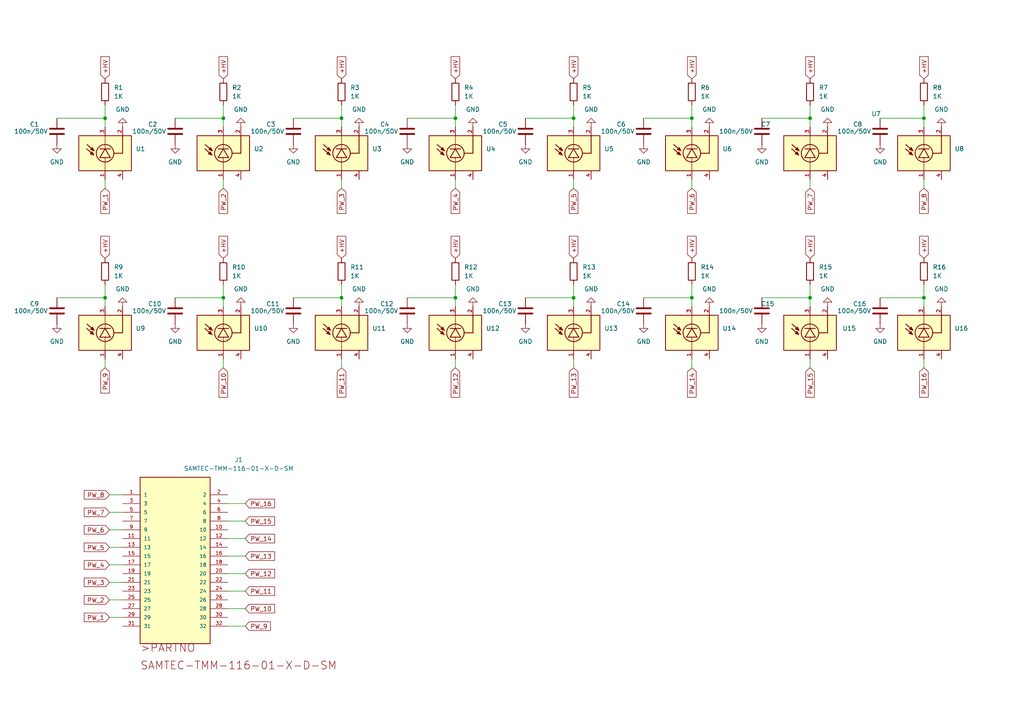
<source format=kicad_sch>
(kicad_sch (version 20231120) (generator "eeschema") (generator_version "8.0")
  (paper "A4")
  (lib_symbols
    (symbol "Device:C" (pin_numbers hide) (pin_names (offset 0.254))
      (property "Reference" "C" (at 0.635 2.54 0))
      (property "Value" "C" (at 0.635 -2.54 0))
      (symbol "C_1_1"
        (pin passive line (at 0 3.81 270) (length 2.794) (name "~") (number "1"))
        (pin passive line (at 0 -3.81 90) (length 2.794) (name "~") (number "2"))
      )
    )
    (symbol "Device:R" (pin_numbers hide) (pin_names (offset 0))
      (property "Reference" "R" (at 2.032 0 90))
      (property "Value" "R" (at 0 0 90))
      (symbol "R_1_1"
        (pin passive line (at 0 3.81 270) (length 1.27) (name "~") (number "1"))
        (pin passive line (at 0 -3.81 90) (length 1.27) (name "~") (number "2"))
      )
    )
    (symbol "Samtec_Header:SAMTEC-TMM-116-01-X-D-SM" (pin_names (offset 1.016))
      (property "Reference" "J" (at 0 5.08 0))
      (property "Value" "SAMTEC-TMM-116-01-X-D-SM" (at 0 -48.26 0))
      (symbol "SAMTEC-TMM-116-01-X-D-SM_0_0"
        (text ">PARTNO" (at 0 -45.72 0) (effects (font (size 2.286 2.286)) (justify left bottom)))
        (text "SAMTEC-TMM-116-01-X-D-SM" (at 0 -50.8 0) (effects (font (size 2.286 2.286)) (justify left bottom)))
        (pin passive line (at -5.08 0 0) (length 5.08) (name "1") (number "1"))
        (pin passive line (at 25.4 -10.16 180) (length 5.08) (name "10") (number "10"))
        (pin passive line (at -5.08 -12.7 0) (length 5.08) (name "11") (number "11"))
        (pin passive line (at 25.4 -12.7 180) (length 5.08) (name "12") (number "12"))
        (pin passive line (at -5.08 -15.24 0) (length 5.08) (name "13") (number "13"))
        (pin passive line (at 25.4 -15.24 180) (length 5.08) (name "14") (number "14"))
        (pin passive line (at -5.08 -17.78 0) (length 5.08) (name "15") (number "15"))
        (pin passive line (at 25.4 -17.78 180) (length 5.08) (name "16") (number "16"))
        (pin passive line (at -5.08 -20.32 0) (length 5.08) (name "17") (number "17"))
        (pin passive line (at 25.4 -20.32 180) (length 5.08) (name "18") (number "18"))
        (pin passive line (at -5.08 -22.86 0) (length 5.08) (name "19") (number "19"))
        (pin passive line (at 25.4 0 180) (length 5.08) (name "2") (number "2"))
        (pin passive line (at 25.4 -22.86 180) (length 5.08) (name "20") (number "20"))
        (pin passive line (at -5.08 -25.4 0) (length 5.08) (name "21") (number "21"))
        (pin passive line (at 25.4 -25.4 180) (length 5.08) (name "22") (number "22"))
        (pin passive line (at -5.08 -27.94 0) (length 5.08) (name "23") (number "23"))
        (pin passive line (at 25.4 -27.94 180) (length 5.08) (name "24") (number "24"))
        (pin passive line (at -5.08 -30.48 0) (length 5.08) (name "25") (number "25"))
        (pin passive line (at 25.4 -30.48 180) (length 5.08) (name "26") (number "26"))
        (pin passive line (at -5.08 -33.02 0) (length 5.08) (name "27") (number "27"))
        (pin passive line (at 25.4 -33.02 180) (length 5.08) (name "28") (number "28"))
        (pin passive line (at -5.08 -35.56 0) (length 5.08) (name "29") (number "29"))
        (pin passive line (at -5.08 -2.54 0) (length 5.08) (name "3") (number "3"))
        (pin passive line (at 25.4 -35.56 180) (length 5.08) (name "30") (number "30"))
        (pin passive line (at -5.08 -38.1 0) (length 5.08) (name "31") (number "31"))
        (pin passive line (at 25.4 -38.1 180) (length 5.08) (name "32") (number "32"))
        (pin passive line (at 25.4 -2.54 180) (length 5.08) (name "4") (number "4"))
        (pin passive line (at -5.08 -5.08 0) (length 5.08) (name "5") (number "5"))
        (pin passive line (at 25.4 -5.08 180) (length 5.08) (name "6") (number "6"))
        (pin passive line (at -5.08 -7.62 0) (length 5.08) (name "7") (number "7"))
        (pin passive line (at 25.4 -7.62 180) (length 5.08) (name "8") (number "8"))
        (pin passive line (at -5.08 -10.16 0) (length 5.08) (name "9") (number "9"))
      )
    )
    (symbol "SiPM_Onsemi:MICROFC-30035-SMT-TR1" (pin_names (offset 1.016))
      (property "Reference" "U" (at -4.3688 10.8458 0))
      (property "Value" "MICROFC-30035-SMT-TR1" (at -4.826 -7.112 0))
      (symbol "MICROFC-30035-SMT-TR1_0_0"
        (pin passive line (at -7.62 2.54 0) (length 2.54) (name "~") (number "1"))
        (pin output line (at 7.62 -2.54 180) (length 2.54) (name "~") (number "2"))
        (pin passive line (at 7.62 2.54 180) (length 2.54) (name "~") (number "3"))
        (pin passive line (at -7.62 -2.54 0) (length 2.54) (name "~") (number "4"))
      )
    )
    (symbol "power:GND" (power) (pin_numbers hide) (pin_names (offset 0) hide)
      (property "Value" "GND" (at 0 -3.81 0))
      (symbol "GND_1_1"
        (pin power_in line (at 0 0 270) (length 0) (name "~") (number "1"))
      )
    )
  )
  (junction (at 99.06 34.29))
  (junction (at 234.95 86.36))
  (junction (at 132.08 86.36))
  (junction (at 200.66 34.29))
  (junction (at 132.08 34.29))
  (junction (at 166.37 86.36))
  (junction (at 166.37 34.29))
  (junction (at 99.06 86.36))
  (junction (at 30.48 34.29))
  (junction (at 64.77 34.29))
  (junction (at 200.66 86.36))
  (junction (at 30.48 86.36))
  (junction (at 267.97 34.29))
  (junction (at 267.97 86.36))
  (junction (at 64.77 86.36))
  (junction (at 234.95 34.29))
  (wire (pts (xy 66.04 146.05) (xy 71.12 146.05)))
  (wire (pts (xy 255.27 34.29) (xy 267.97 34.29)))
  (wire (pts (xy 234.95 86.36) (xy 234.95 88.9)))
  (wire (pts (xy 200.66 34.29) (xy 200.66 36.83)))
  (wire (pts (xy 267.97 34.29) (xy 267.97 36.83)))
  (wire (pts (xy 132.08 82.55) (xy 132.08 86.36)))
  (wire (pts (xy 132.08 104.14) (xy 132.08 106.68)))
  (wire (pts (xy 152.4 86.36) (xy 166.37 86.36)))
  (wire (pts (xy 166.37 30.48) (xy 166.37 34.29)))
  (wire (pts (xy 220.98 34.29) (xy 234.95 34.29)))
  (wire (pts (xy 132.08 34.29) (xy 132.08 36.83)))
  (wire (pts (xy 267.97 52.07) (xy 267.97 54.61)))
  (wire (pts (xy 50.8 34.29) (xy 64.77 34.29)))
  (wire (pts (xy 200.66 52.07) (xy 200.66 54.61)))
  (wire (pts (xy 234.95 30.48) (xy 234.95 34.29)))
  (wire (pts (xy 267.97 86.36) (xy 267.97 88.9)))
  (wire (pts (xy 64.77 34.29) (xy 64.77 36.83)))
  (wire (pts (xy 66.04 171.45) (xy 71.12 171.45)))
  (wire (pts (xy 66.04 161.29) (xy 71.12 161.29)))
  (wire (pts (xy 66.04 176.53) (xy 71.12 176.53)))
  (wire (pts (xy 267.97 104.14) (xy 267.97 106.68)))
  (wire (pts (xy 152.4 34.29) (xy 166.37 34.29)))
  (wire (pts (xy 31.75 158.75) (xy 35.56 158.75)))
  (wire (pts (xy 166.37 82.55) (xy 166.37 86.36)))
  (wire (pts (xy 30.48 82.55) (xy 30.48 86.36)))
  (wire (pts (xy 85.09 34.29) (xy 99.06 34.29)))
  (wire (pts (xy 166.37 52.07) (xy 166.37 54.61)))
  (wire (pts (xy 31.75 143.51) (xy 35.56 143.51)))
  (wire (pts (xy 220.98 86.36) (xy 234.95 86.36)))
  (wire (pts (xy 50.8 86.36) (xy 64.77 86.36)))
  (wire (pts (xy 31.75 148.59) (xy 35.56 148.59)))
  (wire (pts (xy 64.77 86.36) (xy 64.77 88.9)))
  (wire (pts (xy 64.77 30.48) (xy 64.77 34.29)))
  (wire (pts (xy 267.97 30.48) (xy 267.97 34.29)))
  (wire (pts (xy 66.04 181.61) (xy 71.12 181.61)))
  (wire (pts (xy 234.95 104.14) (xy 234.95 106.68)))
  (wire (pts (xy 66.04 151.13) (xy 71.12 151.13)))
  (wire (pts (xy 200.66 30.48) (xy 200.66 34.29)))
  (wire (pts (xy 16.51 34.29) (xy 30.48 34.29)))
  (wire (pts (xy 30.48 34.29) (xy 30.48 36.83)))
  (wire (pts (xy 186.69 34.29) (xy 200.66 34.29)))
  (wire (pts (xy 64.77 82.55) (xy 64.77 86.36)))
  (wire (pts (xy 99.06 104.14) (xy 99.06 106.68)))
  (wire (pts (xy 66.04 156.21) (xy 71.12 156.21)))
  (wire (pts (xy 118.11 86.36) (xy 132.08 86.36)))
  (wire (pts (xy 99.06 52.07) (xy 99.06 54.61)))
  (wire (pts (xy 85.09 86.36) (xy 99.06 86.36)))
  (wire (pts (xy 255.27 86.36) (xy 267.97 86.36)))
  (wire (pts (xy 132.08 30.48) (xy 132.08 34.29)))
  (wire (pts (xy 99.06 30.48) (xy 99.06 34.29)))
  (wire (pts (xy 64.77 52.07) (xy 64.77 54.61)))
  (wire (pts (xy 234.95 34.29) (xy 234.95 36.83)))
  (wire (pts (xy 200.66 86.36) (xy 200.66 88.9)))
  (wire (pts (xy 31.75 168.91) (xy 35.56 168.91)))
  (wire (pts (xy 64.77 104.14) (xy 64.77 106.68)))
  (wire (pts (xy 31.75 153.67) (xy 35.56 153.67)))
  (wire (pts (xy 166.37 86.36) (xy 166.37 88.9)))
  (wire (pts (xy 118.11 34.29) (xy 132.08 34.29)))
  (wire (pts (xy 31.75 173.99) (xy 35.56 173.99)))
  (wire (pts (xy 99.06 82.55) (xy 99.06 86.36)))
  (wire (pts (xy 30.48 52.07) (xy 30.48 54.61)))
  (wire (pts (xy 66.04 166.37) (xy 71.12 166.37)))
  (wire (pts (xy 16.51 86.36) (xy 30.48 86.36)))
  (wire (pts (xy 267.97 82.55) (xy 267.97 86.36)))
  (wire (pts (xy 31.75 163.83) (xy 35.56 163.83)))
  (wire (pts (xy 166.37 34.29) (xy 166.37 36.83)))
  (wire (pts (xy 30.48 86.36) (xy 30.48 88.9)))
  (wire (pts (xy 31.75 179.07) (xy 35.56 179.07)))
  (wire (pts (xy 234.95 82.55) (xy 234.95 86.36)))
  (wire (pts (xy 99.06 34.29) (xy 99.06 36.83)))
  (wire (pts (xy 30.48 104.14) (xy 30.48 106.68)))
  (wire (pts (xy 30.48 30.48) (xy 30.48 34.29)))
  (wire (pts (xy 234.95 52.07) (xy 234.95 54.61)))
  (wire (pts (xy 186.69 86.36) (xy 200.66 86.36)))
  (wire (pts (xy 200.66 104.14) (xy 200.66 106.68)))
  (wire (pts (xy 200.66 82.55) (xy 200.66 86.36)))
  (wire (pts (xy 132.08 52.07) (xy 132.08 54.61)))
  (wire (pts (xy 166.37 104.14) (xy 166.37 106.68)))
  (wire (pts (xy 99.06 86.36) (xy 99.06 88.9)))
  (wire (pts (xy 132.08 86.36) (xy 132.08 88.9)))
  (global_label "PW_11" (shape input) (at 99.06 106.68 270) (property "Intersheetrefs" "${INTERSHEET_REFS}" (effects (hide yes))))
  (global_label "PW_4" (shape input) (at 132.08 54.61 270) (property "Intersheetrefs" "${INTERSHEET_REFS}" (effects (hide yes))))
  (global_label "PW_14" (shape input) (at 200.66 106.68 270) (property "Intersheetrefs" "${INTERSHEET_REFS}" (effects (hide yes))))
  (global_label "PW_10" (shape input) (at 64.77 106.68 270) (property "Intersheetrefs" "${INTERSHEET_REFS}" (effects (hide yes))))
  (global_label "+HV" (shape input) (at 132.08 74.93 90) (property "Intersheetrefs" "${INTERSHEET_REFS}" (effects (hide yes))))
  (global_label "PW_8" (shape input) (at 31.75 143.51 180) (property "Intersheetrefs" "${INTERSHEET_REFS}" (effects (hide yes))))
  (global_label "PW_15" (shape input) (at 71.12 151.13 0) (property "Intersheetrefs" "${INTERSHEET_REFS}" (effects (hide yes))))
  (global_label "+HV" (shape input) (at 132.08 22.86 90) (property "Intersheetrefs" "${INTERSHEET_REFS}" (effects (hide yes))))
  (global_label "+HV" (shape input) (at 30.48 74.93 90) (property "Intersheetrefs" "${INTERSHEET_REFS}" (effects (hide yes))))
  (global_label "PW_6" (shape input) (at 200.66 54.61 270) (property "Intersheetrefs" "${INTERSHEET_REFS}" (effects (hide yes))))
  (global_label "PW_7" (shape input) (at 31.75 148.59 180) (property "Intersheetrefs" "${INTERSHEET_REFS}" (effects (hide yes))))
  (global_label "+HV" (shape input) (at 30.48 22.86 90) (property "Intersheetrefs" "${INTERSHEET_REFS}" (effects (hide yes))))
  (global_label "PW_4" (shape input) (at 31.75 163.83 180) (property "Intersheetrefs" "${INTERSHEET_REFS}" (effects (hide yes))))
  (global_label "PW_14" (shape input) (at 71.12 156.21 0) (property "Intersheetrefs" "${INTERSHEET_REFS}" (effects (hide yes))))
  (global_label "PW_8" (shape input) (at 267.97 54.61 270) (property "Intersheetrefs" "${INTERSHEET_REFS}" (effects (hide yes))))
  (global_label "PW_2" (shape input) (at 31.75 173.99 180) (property "Intersheetrefs" "${INTERSHEET_REFS}" (effects (hide yes))))
  (global_label "PW_5" (shape input) (at 31.75 158.75 180) (property "Intersheetrefs" "${INTERSHEET_REFS}" (effects (hide yes))))
  (global_label "+HV" (shape input) (at 64.77 74.93 90) (property "Intersheetrefs" "${INTERSHEET_REFS}" (effects (hide yes))))
  (global_label "+HV" (shape input) (at 166.37 22.86 90) (property "Intersheetrefs" "${INTERSHEET_REFS}" (effects (hide yes))))
  (global_label "+HV" (shape input) (at 166.37 74.93 90) (property "Intersheetrefs" "${INTERSHEET_REFS}" (effects (hide yes))))
  (global_label "+HV" (shape input) (at 267.97 22.86 90) (property "Intersheetrefs" "${INTERSHEET_REFS}" (effects (hide yes))))
  (global_label "PW_3" (shape input) (at 31.75 168.91 180) (property "Intersheetrefs" "${INTERSHEET_REFS}" (effects (hide yes))))
  (global_label "PW_12" (shape input) (at 71.12 166.37 0) (property "Intersheetrefs" "${INTERSHEET_REFS}" (effects (hide yes))))
  (global_label "+HV" (shape input) (at 64.77 22.86 90) (property "Intersheetrefs" "${INTERSHEET_REFS}" (effects (hide yes))))
  (global_label "PW_9" (shape input) (at 71.12 181.61 0) (property "Intersheetrefs" "${INTERSHEET_REFS}" (effects (hide yes))))
  (global_label "PW_16" (shape input) (at 267.97 106.68 270) (property "Intersheetrefs" "${INTERSHEET_REFS}" (effects (hide yes))))
  (global_label "+HV" (shape input) (at 234.95 74.93 90) (property "Intersheetrefs" "${INTERSHEET_REFS}" (effects (hide yes))))
  (global_label "PW_1" (shape input) (at 30.48 54.61 270) (property "Intersheetrefs" "${INTERSHEET_REFS}" (effects (hide yes))))
  (global_label "PW_10" (shape input) (at 71.12 176.53 0) (property "Intersheetrefs" "${INTERSHEET_REFS}" (effects (hide yes))))
  (global_label "PW_2" (shape input) (at 64.77 54.61 270) (property "Intersheetrefs" "${INTERSHEET_REFS}" (effects (hide yes))))
  (global_label "PW_11" (shape input) (at 71.12 171.45 0) (property "Intersheetrefs" "${INTERSHEET_REFS}" (effects (hide yes))))
  (global_label "+HV" (shape input) (at 200.66 22.86 90) (property "Intersheetrefs" "${INTERSHEET_REFS}" (effects (hide yes))))
  (global_label "PW_7" (shape input) (at 234.95 54.61 270) (property "Intersheetrefs" "${INTERSHEET_REFS}" (effects (hide yes))))
  (global_label "+HV" (shape input) (at 234.95 22.86 90) (property "Intersheetrefs" "${INTERSHEET_REFS}" (effects (hide yes))))
  (global_label "+HV" (shape input) (at 99.06 74.93 90) (property "Intersheetrefs" "${INTERSHEET_REFS}" (effects (hide yes))))
  (global_label "PW_12" (shape input) (at 132.08 106.68 270) (property "Intersheetrefs" "${INTERSHEET_REFS}" (effects (hide yes))))
  (global_label "+HV" (shape input) (at 267.97 74.93 90) (property "Intersheetrefs" "${INTERSHEET_REFS}" (effects (hide yes))))
  (global_label "PW_3" (shape input) (at 99.06 54.61 270) (property "Intersheetrefs" "${INTERSHEET_REFS}" (effects (hide yes))))
  (global_label "PW_5" (shape input) (at 166.37 54.61 270) (property "Intersheetrefs" "${INTERSHEET_REFS}" (effects (hide yes))))
  (global_label "PW_13" (shape input) (at 166.37 106.68 270) (property "Intersheetrefs" "${INTERSHEET_REFS}" (effects (hide yes))))
  (global_label "PW_1" (shape input) (at 31.75 179.07 180) (property "Intersheetrefs" "${INTERSHEET_REFS}" (effects (hide yes))))
  (global_label "PW_16" (shape input) (at 71.12 146.05 0) (property "Intersheetrefs" "${INTERSHEET_REFS}" (effects (hide yes))))
  (global_label "PW_15" (shape input) (at 234.95 106.68 270) (property "Intersheetrefs" "${INTERSHEET_REFS}" (effects (hide yes))))
  (global_label "+HV" (shape input) (at 99.06 22.86 90) (property "Intersheetrefs" "${INTERSHEET_REFS}" (effects (hide yes))))
  (global_label "PW_9" (shape input) (at 30.48 106.68 270) (property "Intersheetrefs" "${INTERSHEET_REFS}" (effects (hide yes))))
  (global_label "PW_6" (shape input) (at 31.75 153.67 180) (property "Intersheetrefs" "${INTERSHEET_REFS}" (effects (hide yes))))
  (global_label "+HV" (shape input) (at 200.66 74.93 90) (property "Intersheetrefs" "${INTERSHEET_REFS}" (effects (hide yes))))
  (global_label "PW_13" (shape input) (at 71.12 161.29 0) (property "Intersheetrefs" "${INTERSHEET_REFS}" (effects (hide yes))))
  (symbol (lib_id "SiPM_Onsemi:MICROFC-30035-SMT-TR1") (at 270.51 44.45 90) (unit 1)
    (property "Reference" "U8" (at 276.86 43.1799 90) (effects (justify right)))
    (property "Value" "MICROFC-30035-SMT-TR1" (effects (hide yes)))
    (property "Footprint" "SiPM_Onsemi:XDCR_MICROFC-30035-SMT-TR1" (effects (hide yes)))
    (property "MF" "ON Semiconductor" (effects (hide yes)))
    (property "MAXIMUM_PACKAGE_HEIGHT" "0.70 mm" (effects (hide yes)))
    (property "Package" "SMD-4 ON Semiconductor" (effects (hide yes)))
    (property "Price" "None" (effects (hide yes)))
    (property "Check_prices" "https://www.snapeda.com/parts/MICROFC-30035-SMT-TR1/Onsemi/view-part/?ref=eda" (effects (hide yes)))
    (property "STANDARD" "Manufacturer Recommendations" (effects (hide yes)))
    (property "PARTREV" "Issue O" (effects (hide yes)))
    (property "SnapEDA_Link" "https://www.snapeda.com/parts/MICROFC-30035-SMT-TR1/Onsemi/view-part/?ref=snap" (effects (hide yes)))
    (property "MP" "MICROFC-30035-SMT-TR1" (effects (hide yes)))
    (property "Purchase-URL" "https://www.snapeda.com/api/url_track_click_mouser/?unipart_id=3234749&manufacturer=ON Semiconductor&part_name=MICROFC-30035-SMT-TR1&search_term=microfc-30035-smt-tr" (effects (hide yes)))
    (property "Description_1" "\nPhotodiode 420nm 600ps - 4-SMD, No Lead\n" (effects (hide yes)))
    (property "Availability" "In Stock" (effects (hide yes)))
    (property "MANUFACTURER" "On Semiconductor" (effects (hide yes)))
  )
  (symbol (lib_id "power:GND") (at 273.05 88.9 180) (unit 1)
    (property "Reference" "#PWR023" (effects (hide yes)))
    (property "Value" "GND" (at 273.05 83.82 0))
    (property "Description" "Power symbol creates a global label with name \"GND\" , ground" (effects (hide yes)))
  )
  (symbol (lib_id "SiPM_Onsemi:MICROFC-30035-SMT-TR1") (at 237.49 44.45 90) (unit 1)
    (property "Reference" "U7" (at 252.73 33.0199 90) (effects (justify right)))
    (property "Value" "MICROFC-30035-SMT-TR1" (effects (hide yes)))
    (property "Footprint" "SiPM_Onsemi:XDCR_MICROFC-30035-SMT-TR1" (effects (hide yes)))
    (property "MF" "ON Semiconductor" (effects (hide yes)))
    (property "MAXIMUM_PACKAGE_HEIGHT" "0.70 mm" (effects (hide yes)))
    (property "Package" "SMD-4 ON Semiconductor" (effects (hide yes)))
    (property "Price" "None" (effects (hide yes)))
    (property "Check_prices" "https://www.snapeda.com/parts/MICROFC-30035-SMT-TR1/Onsemi/view-part/?ref=eda" (effects (hide yes)))
    (property "STANDARD" "Manufacturer Recommendations" (effects (hide yes)))
    (property "PARTREV" "Issue O" (effects (hide yes)))
    (property "SnapEDA_Link" "https://www.snapeda.com/parts/MICROFC-30035-SMT-TR1/Onsemi/view-part/?ref=snap" (effects (hide yes)))
    (property "MP" "MICROFC-30035-SMT-TR1" (effects (hide yes)))
    (property "Purchase-URL" "https://www.snapeda.com/api/url_track_click_mouser/?unipart_id=3234749&manufacturer=ON Semiconductor&part_name=MICROFC-30035-SMT-TR1&search_term=microfc-30035-smt-tr" (effects (hide yes)))
    (property "Description_1" "\nPhotodiode 420nm 600ps - 4-SMD, No Lead\n" (effects (hide yes)))
    (property "Availability" "In Stock" (effects (hide yes)))
    (property "MANUFACTURER" "On Semiconductor" (effects (hide yes)))
  )
  (symbol (lib_id "Device:R") (at 99.06 26.67 0) (unit 1)
    (property "Reference" "R3" (at 101.6 25.3999 0) (effects (justify left)))
    (property "Value" "1K" (at 101.6 27.9399 0) (effects (justify left)))
    (property "Footprint" "Resistor_SMD:R_0201_0603Metric" (effects (hide yes)))
    (property "Description" "Resistor" (effects (hide yes)))
  )
  (symbol (lib_id "power:GND") (at 85.09 41.91 0) (unit 1)
    (property "Reference" "#PWR03" (effects (hide yes)))
    (property "Value" "GND" (at 85.09 46.99 0))
    (property "Description" "Power symbol creates a global label with name \"GND\" , ground" (effects (hide yes)))
  )
  (symbol (lib_id "power:GND") (at 35.56 88.9 180) (unit 1)
    (property "Reference" "#PWR017" (effects (hide yes)))
    (property "Value" "GND" (at 35.56 83.82 0))
    (property "Description" "Power symbol creates a global label with name \"GND\" , ground" (effects (hide yes)))
  )
  (symbol (lib_id "Device:R") (at 267.97 26.67 0) (unit 1)
    (property "Reference" "R8" (at 270.51 25.3999 0) (effects (justify left)))
    (property "Value" "1K" (at 270.51 27.9399 0) (effects (justify left)))
    (property "Footprint" "Resistor_SMD:R_0201_0603Metric" (effects (hide yes)))
    (property "Description" "Resistor" (effects (hide yes)))
  )
  (symbol (lib_id "Device:R") (at 30.48 78.74 0) (unit 1)
    (property "Reference" "R9" (at 33.02 77.4699 0) (effects (justify left)))
    (property "Value" "1K" (at 33.02 80.0099 0) (effects (justify left)))
    (property "Footprint" "Resistor_SMD:R_0201_0603Metric" (effects (hide yes)))
    (property "Description" "Resistor" (effects (hide yes)))
  )
  (symbol (lib_id "Device:C") (at 118.11 90.17 0) (unit 1)
    (property "Reference" "C12" (at 110.236 88.138 0) (effects (justify left)))
    (property "Value" "100n/50V" (at 105.664 90.17 0) (effects (justify left)))
    (property "Footprint" "Capacitor_SMD:C_1206_3216Metric" (effects (hide yes)))
    (property "Description" "Unpolarized capacitor" (effects (hide yes)))
  )
  (symbol (lib_id "power:GND") (at 69.85 88.9 180) (unit 1)
    (property "Reference" "#PWR018" (effects (hide yes)))
    (property "Value" "GND" (at 69.85 83.82 0))
    (property "Description" "Power symbol creates a global label with name \"GND\" , ground" (effects (hide yes)))
  )
  (symbol (lib_id "power:GND") (at 273.05 36.83 180) (unit 1)
    (property "Reference" "#PWR024" (effects (hide yes)))
    (property "Value" "GND" (at 273.05 31.75 0))
    (property "Description" "Power symbol creates a global label with name \"GND\" , ground" (effects (hide yes)))
  )
  (symbol (lib_id "power:GND") (at 118.11 41.91 0) (unit 1)
    (property "Reference" "#PWR04" (effects (hide yes)))
    (property "Value" "GND" (at 118.11 46.99 0))
    (property "Description" "Power symbol creates a global label with name \"GND\" , ground" (effects (hide yes)))
  )
  (symbol (lib_id "power:GND") (at 171.45 36.83 180) (unit 1)
    (property "Reference" "#PWR026" (effects (hide yes)))
    (property "Value" "GND" (at 171.45 31.75 0))
    (property "Description" "Power symbol creates a global label with name \"GND\" , ground" (effects (hide yes)))
  )
  (symbol (lib_id "Samtec_Header:SAMTEC-TMM-116-01-X-D-SM") (at 40.64 143.51 0) (unit 1)
    (property "Reference" "J1" (at 69.2426 133.35 0))
    (property "Value" "SAMTEC-TMM-116-01-X-D-SM" (at 69.2426 135.89 0))
    (property "Footprint" "SiPM_Onsemi:SAMTEC-TMM-116-01-X-D-SM" (effects (hide yes)))
    (property "MF" "Samtec" (effects (hide yes)))
    (property "Description_1" "\nTMM - Samtec 2mm Low Profile Surface Mount Header 1.5mm Body Height\n" (effects (hide yes)))
    (property "Package" "None" (effects (hide yes)))
    (property "Price" "None" (effects (hide yes)))
    (property "SnapEDA_Link" "https://www.snapeda.com/parts/TMM-116-01-L-D-SM/Samtec+Inc./view-part/?ref=snap" (effects (hide yes)))
    (property "MP" "TMM-116-01-L-D-SM" (effects (hide yes)))
    (property "Availability" "In Stock" (effects (hide yes)))
    (property "Check_prices" "https://www.snapeda.com/parts/TMM-116-01-L-D-SM/Samtec+Inc./view-part/?ref=eda" (effects (hide yes)))
  )
  (symbol (lib_id "power:GND") (at 16.51 93.98 0) (unit 1)
    (property "Reference" "#PWR09" (effects (hide yes)))
    (property "Value" "GND" (at 16.51 99.06 0))
    (property "Description" "Power symbol creates a global label with name \"GND\" , ground" (effects (hide yes)))
  )
  (symbol (lib_id "SiPM_Onsemi:MICROFC-30035-SMT-TR1") (at 270.51 96.52 90) (unit 1)
    (property "Reference" "U16" (at 276.86 95.2499 90) (effects (justify right)))
    (property "Value" "MICROFC-30035-SMT-TR1" (effects (hide yes)))
    (property "Footprint" "SiPM_Onsemi:XDCR_MICROFC-30035-SMT-TR1" (effects (hide yes)))
    (property "MF" "ON Semiconductor" (effects (hide yes)))
    (property "MAXIMUM_PACKAGE_HEIGHT" "0.70 mm" (effects (hide yes)))
    (property "Package" "SMD-4 ON Semiconductor" (effects (hide yes)))
    (property "Price" "None" (effects (hide yes)))
    (property "Check_prices" "https://www.snapeda.com/parts/MICROFC-30035-SMT-TR1/Onsemi/view-part/?ref=eda" (effects (hide yes)))
    (property "STANDARD" "Manufacturer Recommendations" (effects (hide yes)))
    (property "PARTREV" "Issue O" (effects (hide yes)))
    (property "SnapEDA_Link" "https://www.snapeda.com/parts/MICROFC-30035-SMT-TR1/Onsemi/view-part/?ref=snap" (effects (hide yes)))
    (property "MP" "MICROFC-30035-SMT-TR1" (effects (hide yes)))
    (property "Purchase-URL" "https://www.snapeda.com/api/url_track_click_mouser/?unipart_id=3234749&manufacturer=ON Semiconductor&part_name=MICROFC-30035-SMT-TR1&search_term=microfc-30035-smt-tr" (effects (hide yes)))
    (property "Description_1" "\nPhotodiode 420nm 600ps - 4-SMD, No Lead\n" (effects (hide yes)))
    (property "Availability" "In Stock" (effects (hide yes)))
    (property "MANUFACTURER" "On Semiconductor" (effects (hide yes)))
  )
  (symbol (lib_id "Device:R") (at 64.77 78.74 0) (unit 1)
    (property "Reference" "R10" (at 67.31 77.4699 0) (effects (justify left)))
    (property "Value" "1K" (at 67.31 80.0099 0) (effects (justify left)))
    (property "Footprint" "Resistor_SMD:R_0201_0603Metric" (effects (hide yes)))
    (property "Description" "Resistor" (effects (hide yes)))
  )
  (symbol (lib_id "power:GND") (at 85.09 93.98 0) (unit 1)
    (property "Reference" "#PWR011" (effects (hide yes)))
    (property "Value" "GND" (at 85.09 99.06 0))
    (property "Description" "Power symbol creates a global label with name \"GND\" , ground" (effects (hide yes)))
  )
  (symbol (lib_id "power:GND") (at 118.11 93.98 0) (unit 1)
    (property "Reference" "#PWR012" (effects (hide yes)))
    (property "Value" "GND" (at 118.11 99.06 0))
    (property "Description" "Power symbol creates a global label with name \"GND\" , ground" (effects (hide yes)))
  )
  (symbol (lib_id "Device:R") (at 64.77 26.67 0) (unit 1)
    (property "Reference" "R2" (at 67.31 25.3999 0) (effects (justify left)))
    (property "Value" "1K" (at 67.31 27.9399 0) (effects (justify left)))
    (property "Footprint" "Resistor_SMD:R_0201_0603Metric" (effects (hide yes)))
    (property "Description" "Resistor" (effects (hide yes)))
  )
  (symbol (lib_id "Device:C") (at 16.51 38.1 0) (unit 1)
    (property "Reference" "C1" (at 8.636 36.068 0) (effects (justify left)))
    (property "Value" "100n/50V" (at 4.064 38.1 0) (effects (justify left)))
    (property "Footprint" "Capacitor_SMD:C_1206_3216Metric" (effects (hide yes)))
    (property "Description" "Unpolarized capacitor" (effects (hide yes)))
  )
  (symbol (lib_id "power:GND") (at 205.74 88.9 180) (unit 1)
    (property "Reference" "#PWR031" (effects (hide yes)))
    (property "Value" "GND" (at 205.74 83.82 0))
    (property "Description" "Power symbol creates a global label with name \"GND\" , ground" (effects (hide yes)))
  )
  (symbol (lib_id "power:GND") (at 205.74 36.83 180) (unit 1)
    (property "Reference" "#PWR032" (effects (hide yes)))
    (property "Value" "GND" (at 205.74 31.75 0))
    (property "Description" "Power symbol creates a global label with name \"GND\" , ground" (effects (hide yes)))
  )
  (symbol (lib_id "SiPM_Onsemi:MICROFC-30035-SMT-TR1") (at 134.62 44.45 90) (unit 1)
    (property "Reference" "U4" (at 140.97 43.1799 90) (effects (justify right)))
    (property "Value" "MICROFC-30035-SMT-TR1" (effects (hide yes)))
    (property "Footprint" "SiPM_Onsemi:XDCR_MICROFC-30035-SMT-TR1" (effects (hide yes)))
    (property "MF" "ON Semiconductor" (effects (hide yes)))
    (property "MAXIMUM_PACKAGE_HEIGHT" "0.70 mm" (effects (hide yes)))
    (property "Package" "SMD-4 ON Semiconductor" (effects (hide yes)))
    (property "Price" "None" (effects (hide yes)))
    (property "Check_prices" "https://www.snapeda.com/parts/MICROFC-30035-SMT-TR1/Onsemi/view-part/?ref=eda" (effects (hide yes)))
    (property "STANDARD" "Manufacturer Recommendations" (effects (hide yes)))
    (property "PARTREV" "Issue O" (effects (hide yes)))
    (property "SnapEDA_Link" "https://www.snapeda.com/parts/MICROFC-30035-SMT-TR1/Onsemi/view-part/?ref=snap" (effects (hide yes)))
    (property "MP" "MICROFC-30035-SMT-TR1" (effects (hide yes)))
    (property "Purchase-URL" "https://www.snapeda.com/api/url_track_click_mouser/?unipart_id=3234749&manufacturer=ON Semiconductor&part_name=MICROFC-30035-SMT-TR1&search_term=microfc-30035-smt-tr" (effects (hide yes)))
    (property "Description_1" "\nPhotodiode 420nm 600ps - 4-SMD, No Lead\n" (effects (hide yes)))
    (property "Availability" "In Stock" (effects (hide yes)))
    (property "MANUFACTURER" "On Semiconductor" (effects (hide yes)))
  )
  (symbol (lib_id "power:GND") (at 220.98 93.98 0) (unit 1)
    (property "Reference" "#PWR015" (effects (hide yes)))
    (property "Value" "GND" (at 220.98 99.06 0))
    (property "Description" "Power symbol creates a global label with name \"GND\" , ground" (effects (hide yes)))
  )
  (symbol (lib_id "SiPM_Onsemi:MICROFC-30035-SMT-TR1") (at 168.91 96.52 90) (unit 1)
    (property "Reference" "U13" (at 175.26 95.2499 90) (effects (justify right)))
    (property "Value" "MICROFC-30035-SMT-TR1" (effects (hide yes)))
    (property "Footprint" "SiPM_Onsemi:XDCR_MICROFC-30035-SMT-TR1" (effects (hide yes)))
    (property "MF" "ON Semiconductor" (effects (hide yes)))
    (property "MAXIMUM_PACKAGE_HEIGHT" "0.70 mm" (effects (hide yes)))
    (property "Package" "SMD-4 ON Semiconductor" (effects (hide yes)))
    (property "Price" "None" (effects (hide yes)))
    (property "Check_prices" "https://www.snapeda.com/parts/MICROFC-30035-SMT-TR1/Onsemi/view-part/?ref=eda" (effects (hide yes)))
    (property "STANDARD" "Manufacturer Recommendations" (effects (hide yes)))
    (property "PARTREV" "Issue O" (effects (hide yes)))
    (property "SnapEDA_Link" "https://www.snapeda.com/parts/MICROFC-30035-SMT-TR1/Onsemi/view-part/?ref=snap" (effects (hide yes)))
    (property "MP" "MICROFC-30035-SMT-TR1" (effects (hide yes)))
    (property "Purchase-URL" "https://www.snapeda.com/api/url_track_click_mouser/?unipart_id=3234749&manufacturer=ON Semiconductor&part_name=MICROFC-30035-SMT-TR1&search_term=microfc-30035-smt-tr" (effects (hide yes)))
    (property "Description_1" "\nPhotodiode 420nm 600ps - 4-SMD, No Lead\n" (effects (hide yes)))
    (property "Availability" "In Stock" (effects (hide yes)))
    (property "MANUFACTURER" "On Semiconductor" (effects (hide yes)))
  )
  (symbol (lib_id "SiPM_Onsemi:MICROFC-30035-SMT-TR1") (at 101.6 96.52 90) (unit 1)
    (property "Reference" "U11" (at 107.95 95.2499 90) (effects (justify right)))
    (property "Value" "MICROFC-30035-SMT-TR1" (effects (hide yes)))
    (property "Footprint" "SiPM_Onsemi:XDCR_MICROFC-30035-SMT-TR1" (effects (hide yes)))
    (property "MF" "ON Semiconductor" (effects (hide yes)))
    (property "MAXIMUM_PACKAGE_HEIGHT" "0.70 mm" (effects (hide yes)))
    (property "Package" "SMD-4 ON Semiconductor" (effects (hide yes)))
    (property "Price" "None" (effects (hide yes)))
    (property "Check_prices" "https://www.snapeda.com/parts/MICROFC-30035-SMT-TR1/Onsemi/view-part/?ref=eda" (effects (hide yes)))
    (property "STANDARD" "Manufacturer Recommendations" (effects (hide yes)))
    (property "PARTREV" "Issue O" (effects (hide yes)))
    (property "SnapEDA_Link" "https://www.snapeda.com/parts/MICROFC-30035-SMT-TR1/Onsemi/view-part/?ref=snap" (effects (hide yes)))
    (property "MP" "MICROFC-30035-SMT-TR1" (effects (hide yes)))
    (property "Purchase-URL" "https://www.snapeda.com/api/url_track_click_mouser/?unipart_id=3234749&manufacturer=ON Semiconductor&part_name=MICROFC-30035-SMT-TR1&search_term=microfc-30035-smt-tr" (effects (hide yes)))
    (property "Description_1" "\nPhotodiode 420nm 600ps - 4-SMD, No Lead\n" (effects (hide yes)))
    (property "Availability" "In Stock" (effects (hide yes)))
    (property "MANUFACTURER" "On Semiconductor" (effects (hide yes)))
  )
  (symbol (lib_id "Device:R") (at 166.37 78.74 0) (unit 1)
    (property "Reference" "R13" (at 168.91 77.4699 0) (effects (justify left)))
    (property "Value" "1K" (at 168.91 80.0099 0) (effects (justify left)))
    (property "Footprint" "Resistor_SMD:R_0201_0603Metric" (effects (hide yes)))
    (property "Description" "Resistor" (effects (hide yes)))
  )
  (symbol (lib_id "power:GND") (at 104.14 88.9 180) (unit 1)
    (property "Reference" "#PWR019" (effects (hide yes)))
    (property "Value" "GND" (at 104.14 83.82 0))
    (property "Description" "Power symbol creates a global label with name \"GND\" , ground" (effects (hide yes)))
  )
  (symbol (lib_id "Device:C") (at 186.69 90.17 0) (unit 1)
    (property "Reference" "C14" (at 178.816 88.138 0) (effects (justify left)))
    (property "Value" "100n/50V" (at 174.244 90.17 0) (effects (justify left)))
    (property "Footprint" "Capacitor_SMD:C_1206_3216Metric" (effects (hide yes)))
    (property "Description" "Unpolarized capacitor" (effects (hide yes)))
  )
  (symbol (lib_id "power:GND") (at 152.4 41.91 0) (unit 1)
    (property "Reference" "#PWR05" (effects (hide yes)))
    (property "Value" "GND" (at 152.4 46.99 0))
    (property "Description" "Power symbol creates a global label with name \"GND\" , ground" (effects (hide yes)))
  )
  (symbol (lib_id "power:GND") (at 104.14 36.83 180) (unit 1)
    (property "Reference" "#PWR028" (effects (hide yes)))
    (property "Value" "GND" (at 104.14 31.75 0))
    (property "Description" "Power symbol creates a global label with name \"GND\" , ground" (effects (hide yes)))
  )
  (symbol (lib_id "SiPM_Onsemi:MICROFC-30035-SMT-TR1") (at 203.2 44.45 90) (unit 1)
    (property "Reference" "U6" (at 209.55 43.1799 90) (effects (justify right)))
    (property "Value" "MICROFC-30035-SMT-TR1" (effects (hide yes)))
    (property "Footprint" "SiPM_Onsemi:XDCR_MICROFC-30035-SMT-TR1" (effects (hide yes)))
    (property "MF" "ON Semiconductor" (effects (hide yes)))
    (property "MAXIMUM_PACKAGE_HEIGHT" "0.70 mm" (effects (hide yes)))
    (property "Package" "SMD-4 ON Semiconductor" (effects (hide yes)))
    (property "Price" "None" (effects (hide yes)))
    (property "Check_prices" "https://www.snapeda.com/parts/MICROFC-30035-SMT-TR1/Onsemi/view-part/?ref=eda" (effects (hide yes)))
    (property "STANDARD" "Manufacturer Recommendations" (effects (hide yes)))
    (property "PARTREV" "Issue O" (effects (hide yes)))
    (property "SnapEDA_Link" "https://www.snapeda.com/parts/MICROFC-30035-SMT-TR1/Onsemi/view-part/?ref=snap" (effects (hide yes)))
    (property "MP" "MICROFC-30035-SMT-TR1" (effects (hide yes)))
    (property "Purchase-URL" "https://www.snapeda.com/api/url_track_click_mouser/?unipart_id=3234749&manufacturer=ON Semiconductor&part_name=MICROFC-30035-SMT-TR1&search_term=microfc-30035-smt-tr" (effects (hide yes)))
    (property "Description_1" "\nPhotodiode 420nm 600ps - 4-SMD, No Lead\n" (effects (hide yes)))
    (property "Availability" "In Stock" (effects (hide yes)))
    (property "MANUFACTURER" "On Semiconductor" (effects (hide yes)))
  )
  (symbol (lib_id "Device:C") (at 85.09 38.1 0) (unit 1)
    (property "Reference" "C3" (at 77.216 36.068 0) (effects (justify left)))
    (property "Value" "100n/50V" (at 72.644 38.1 0) (effects (justify left)))
    (property "Footprint" "Capacitor_SMD:C_1206_3216Metric" (effects (hide yes)))
    (property "Description" "Unpolarized capacitor" (effects (hide yes)))
  )
  (symbol (lib_id "power:GND") (at 152.4 93.98 0) (unit 1)
    (property "Reference" "#PWR013" (effects (hide yes)))
    (property "Value" "GND" (at 152.4 99.06 0))
    (property "Description" "Power symbol creates a global label with name \"GND\" , ground" (effects (hide yes)))
  )
  (symbol (lib_id "power:GND") (at 255.27 41.91 0) (unit 1)
    (property "Reference" "#PWR08" (effects (hide yes)))
    (property "Value" "GND" (at 255.27 46.99 0))
    (property "Description" "Power symbol creates a global label with name \"GND\" , ground" (effects (hide yes)))
  )
  (symbol (lib_id "power:GND") (at 137.16 88.9 180) (unit 1)
    (property "Reference" "#PWR020" (effects (hide yes)))
    (property "Value" "GND" (at 137.16 83.82 0))
    (property "Description" "Power symbol creates a global label with name \"GND\" , ground" (effects (hide yes)))
  )
  (symbol (lib_id "SiPM_Onsemi:MICROFC-30035-SMT-TR1") (at 101.6 44.45 90) (unit 1)
    (property "Reference" "U3" (at 107.95 43.1799 90) (effects (justify right)))
    (property "Value" "MICROFC-30035-SMT-TR1" (effects (hide yes)))
    (property "Footprint" "SiPM_Onsemi:XDCR_MICROFC-30035-SMT-TR1" (effects (hide yes)))
    (property "MF" "ON Semiconductor" (effects (hide yes)))
    (property "MAXIMUM_PACKAGE_HEIGHT" "0.70 mm" (effects (hide yes)))
    (property "Package" "SMD-4 ON Semiconductor" (effects (hide yes)))
    (property "Price" "None" (effects (hide yes)))
    (property "Check_prices" "https://www.snapeda.com/parts/MICROFC-30035-SMT-TR1/Onsemi/view-part/?ref=eda" (effects (hide yes)))
    (property "STANDARD" "Manufacturer Recommendations" (effects (hide yes)))
    (property "PARTREV" "Issue O" (effects (hide yes)))
    (property "SnapEDA_Link" "https://www.snapeda.com/parts/MICROFC-30035-SMT-TR1/Onsemi/view-part/?ref=snap" (effects (hide yes)))
    (property "MP" "MICROFC-30035-SMT-TR1" (effects (hide yes)))
    (property "Purchase-URL" "https://www.snapeda.com/api/url_track_click_mouser/?unipart_id=3234749&manufacturer=ON Semiconductor&part_name=MICROFC-30035-SMT-TR1&search_term=microfc-30035-smt-tr" (effects (hide yes)))
    (property "Description_1" "\nPhotodiode 420nm 600ps - 4-SMD, No Lead\n" (effects (hide yes)))
    (property "Availability" "In Stock" (effects (hide yes)))
    (property "MANUFACTURER" "On Semiconductor" (effects (hide yes)))
  )
  (symbol (lib_id "Device:C") (at 220.98 90.17 0) (unit 1)
    (property "Reference" "C15" (at 220.726 88.138 0) (effects (justify left)))
    (property "Value" "100n/50V" (at 208.534 90.17 0) (effects (justify left)))
    (property "Footprint" "Capacitor_SMD:C_1206_3216Metric" (effects (hide yes)))
    (property "Description" "Unpolarized capacitor" (effects (hide yes)))
  )
  (symbol (lib_id "power:GND") (at 137.16 36.83 180) (unit 1)
    (property "Reference" "#PWR027" (effects (hide yes)))
    (property "Value" "GND" (at 137.16 31.75 0))
    (property "Description" "Power symbol creates a global label with name \"GND\" , ground" (effects (hide yes)))
  )
  (symbol (lib_id "Device:C") (at 50.8 90.17 0) (unit 1)
    (property "Reference" "C10" (at 42.926 88.138 0) (effects (justify left)))
    (property "Value" "100n/50V" (at 38.354 90.17 0) (effects (justify left)))
    (property "Footprint" "Capacitor_SMD:C_1206_3216Metric" (effects (hide yes)))
    (property "Description" "Unpolarized capacitor" (effects (hide yes)))
  )
  (symbol (lib_id "Device:C") (at 255.27 38.1 0) (unit 1)
    (property "Reference" "C8" (at 247.396 36.068 0) (effects (justify left)))
    (property "Value" "100n/50V" (at 242.824 38.1 0) (effects (justify left)))
    (property "Footprint" "Capacitor_SMD:C_1206_3216Metric" (effects (hide yes)))
    (property "Description" "Unpolarized capacitor" (effects (hide yes)))
  )
  (symbol (lib_id "SiPM_Onsemi:MICROFC-30035-SMT-TR1") (at 168.91 44.45 90) (unit 1)
    (property "Reference" "U5" (at 175.26 43.1799 90) (effects (justify right)))
    (property "Value" "MICROFC-30035-SMT-TR1" (effects (hide yes)))
    (property "Footprint" "SiPM_Onsemi:XDCR_MICROFC-30035-SMT-TR1" (effects (hide yes)))
    (property "MF" "ON Semiconductor" (effects (hide yes)))
    (property "MAXIMUM_PACKAGE_HEIGHT" "0.70 mm" (effects (hide yes)))
    (property "Package" "SMD-4 ON Semiconductor" (effects (hide yes)))
    (property "Price" "None" (effects (hide yes)))
    (property "Check_prices" "https://www.snapeda.com/parts/MICROFC-30035-SMT-TR1/Onsemi/view-part/?ref=eda" (effects (hide yes)))
    (property "STANDARD" "Manufacturer Recommendations" (effects (hide yes)))
    (property "PARTREV" "Issue O" (effects (hide yes)))
    (property "SnapEDA_Link" "https://www.snapeda.com/parts/MICROFC-30035-SMT-TR1/Onsemi/view-part/?ref=snap" (effects (hide yes)))
    (property "MP" "MICROFC-30035-SMT-TR1" (effects (hide yes)))
    (property "Purchase-URL" "https://www.snapeda.com/api/url_track_click_mouser/?unipart_id=3234749&manufacturer=ON Semiconductor&part_name=MICROFC-30035-SMT-TR1&search_term=microfc-30035-smt-tr" (effects (hide yes)))
    (property "Description_1" "\nPhotodiode 420nm 600ps - 4-SMD, No Lead\n" (effects (hide yes)))
    (property "Availability" "In Stock" (effects (hide yes)))
    (property "MANUFACTURER" "On Semiconductor" (effects (hide yes)))
  )
  (symbol (lib_id "Device:C") (at 152.4 90.17 0) (unit 1)
    (property "Reference" "C13" (at 144.526 88.138 0) (effects (justify left)))
    (property "Value" "100n/50V" (at 139.954 90.17 0) (effects (justify left)))
    (property "Footprint" "Capacitor_SMD:C_1206_3216Metric" (effects (hide yes)))
    (property "Description" "Unpolarized capacitor" (effects (hide yes)))
  )
  (symbol (lib_id "power:GND") (at 240.03 88.9 180) (unit 1)
    (property "Reference" "#PWR022" (effects (hide yes)))
    (property "Value" "GND" (at 240.03 83.82 0))
    (property "Description" "Power symbol creates a global label with name \"GND\" , ground" (effects (hide yes)))
  )
  (symbol (lib_id "SiPM_Onsemi:MICROFC-30035-SMT-TR1") (at 134.62 96.52 90) (unit 1)
    (property "Reference" "U12" (at 140.97 95.2499 90) (effects (justify right)))
    (property "Value" "MICROFC-30035-SMT-TR1" (effects (hide yes)))
    (property "Footprint" "SiPM_Onsemi:XDCR_MICROFC-30035-SMT-TR1" (effects (hide yes)))
    (property "MF" "ON Semiconductor" (effects (hide yes)))
    (property "MAXIMUM_PACKAGE_HEIGHT" "0.70 mm" (effects (hide yes)))
    (property "Package" "SMD-4 ON Semiconductor" (effects (hide yes)))
    (property "Price" "None" (effects (hide yes)))
    (property "Check_prices" "https://www.snapeda.com/parts/MICROFC-30035-SMT-TR1/Onsemi/view-part/?ref=eda" (effects (hide yes)))
    (property "STANDARD" "Manufacturer Recommendations" (effects (hide yes)))
    (property "PARTREV" "Issue O" (effects (hide yes)))
    (property "SnapEDA_Link" "https://www.snapeda.com/parts/MICROFC-30035-SMT-TR1/Onsemi/view-part/?ref=snap" (effects (hide yes)))
    (property "MP" "MICROFC-30035-SMT-TR1" (effects (hide yes)))
    (property "Purchase-URL" "https://www.snapeda.com/api/url_track_click_mouser/?unipart_id=3234749&manufacturer=ON Semiconductor&part_name=MICROFC-30035-SMT-TR1&search_term=microfc-30035-smt-tr" (effects (hide yes)))
    (property "Description_1" "\nPhotodiode 420nm 600ps - 4-SMD, No Lead\n" (effects (hide yes)))
    (property "Availability" "In Stock" (effects (hide yes)))
    (property "MANUFACTURER" "On Semiconductor" (effects (hide yes)))
  )
  (symbol (lib_id "SiPM_Onsemi:MICROFC-30035-SMT-TR1") (at 203.2 96.52 90) (unit 1)
    (property "Reference" "U14" (at 209.55 95.2499 90) (effects (justify right)))
    (property "Value" "MICROFC-30035-SMT-TR1" (effects (hide yes)))
    (property "Footprint" "SiPM_Onsemi:XDCR_MICROFC-30035-SMT-TR1" (effects (hide yes)))
    (property "MF" "ON Semiconductor" (effects (hide yes)))
    (property "MAXIMUM_PACKAGE_HEIGHT" "0.70 mm" (effects (hide yes)))
    (property "Package" "SMD-4 ON Semiconductor" (effects (hide yes)))
    (property "Price" "None" (effects (hide yes)))
    (property "Check_prices" "https://www.snapeda.com/parts/MICROFC-30035-SMT-TR1/Onsemi/view-part/?ref=eda" (effects (hide yes)))
    (property "STANDARD" "Manufacturer Recommendations" (effects (hide yes)))
    (property "PARTREV" "Issue O" (effects (hide yes)))
    (property "SnapEDA_Link" "https://www.snapeda.com/parts/MICROFC-30035-SMT-TR1/Onsemi/view-part/?ref=snap" (effects (hide yes)))
    (property "MP" "MICROFC-30035-SMT-TR1" (effects (hide yes)))
    (property "Purchase-URL" "https://www.snapeda.com/api/url_track_click_mouser/?unipart_id=3234749&manufacturer=ON Semiconductor&part_name=MICROFC-30035-SMT-TR1&search_term=microfc-30035-smt-tr" (effects (hide yes)))
    (property "Description_1" "\nPhotodiode 420nm 600ps - 4-SMD, No Lead\n" (effects (hide yes)))
    (property "Availability" "In Stock" (effects (hide yes)))
    (property "MANUFACTURER" "On Semiconductor" (effects (hide yes)))
  )
  (symbol (lib_id "Device:R") (at 200.66 26.67 0) (unit 1)
    (property "Reference" "R6" (at 203.2 25.3999 0) (effects (justify left)))
    (property "Value" "1K" (at 203.2 27.9399 0) (effects (justify left)))
    (property "Footprint" "Resistor_SMD:R_0201_0603Metric" (effects (hide yes)))
    (property "Description" "Resistor" (effects (hide yes)))
  )
  (symbol (lib_id "Device:R") (at 132.08 78.74 0) (unit 1)
    (property "Reference" "R12" (at 134.62 77.4699 0) (effects (justify left)))
    (property "Value" "1K" (at 134.62 80.0099 0) (effects (justify left)))
    (property "Footprint" "Resistor_SMD:R_0201_0603Metric" (effects (hide yes)))
    (property "Description" "Resistor" (effects (hide yes)))
  )
  (symbol (lib_id "SiPM_Onsemi:MICROFC-30035-SMT-TR1") (at 237.49 96.52 90) (unit 1)
    (property "Reference" "U15" (at 244.348 95.25 90) (effects (justify right)))
    (property "Value" "MICROFC-30035-SMT-TR1" (effects (hide yes)))
    (property "Footprint" "SiPM_Onsemi:XDCR_MICROFC-30035-SMT-TR1" (effects (hide yes)))
    (property "MF" "ON Semiconductor" (effects (hide yes)))
    (property "MAXIMUM_PACKAGE_HEIGHT" "0.70 mm" (effects (hide yes)))
    (property "Package" "SMD-4 ON Semiconductor" (effects (hide yes)))
    (property "Price" "None" (effects (hide yes)))
    (property "Check_prices" "https://www.snapeda.com/parts/MICROFC-30035-SMT-TR1/Onsemi/view-part/?ref=eda" (effects (hide yes)))
    (property "STANDARD" "Manufacturer Recommendations" (effects (hide yes)))
    (property "PARTREV" "Issue O" (effects (hide yes)))
    (property "SnapEDA_Link" "https://www.snapeda.com/parts/MICROFC-30035-SMT-TR1/Onsemi/view-part/?ref=snap" (effects (hide yes)))
    (property "MP" "MICROFC-30035-SMT-TR1" (effects (hide yes)))
    (property "Purchase-URL" "https://www.snapeda.com/api/url_track_click_mouser/?unipart_id=3234749&manufacturer=ON Semiconductor&part_name=MICROFC-30035-SMT-TR1&search_term=microfc-30035-smt-tr" (effects (hide yes)))
    (property "Description_1" "\nPhotodiode 420nm 600ps - 4-SMD, No Lead\n" (effects (hide yes)))
    (property "Availability" "In Stock" (effects (hide yes)))
    (property "MANUFACTURER" "On Semiconductor" (effects (hide yes)))
  )
  (symbol (lib_id "Device:R") (at 132.08 26.67 0) (unit 1)
    (property "Reference" "R4" (at 134.62 25.3999 0) (effects (justify left)))
    (property "Value" "1K" (at 134.62 27.9399 0) (effects (justify left)))
    (property "Footprint" "Resistor_SMD:R_0201_0603Metric" (effects (hide yes)))
    (property "Description" "Resistor" (effects (hide yes)))
  )
  (symbol (lib_id "Device:R") (at 99.06 78.74 0) (unit 1)
    (property "Reference" "R11" (at 101.6 77.4699 0) (effects (justify left)))
    (property "Value" "1K" (at 101.6 80.0099 0) (effects (justify left)))
    (property "Footprint" "Resistor_SMD:R_0201_0603Metric" (effects (hide yes)))
    (property "Description" "Resistor" (effects (hide yes)))
  )
  (symbol (lib_id "power:GND") (at 69.85 36.83 180) (unit 1)
    (property "Reference" "#PWR029" (effects (hide yes)))
    (property "Value" "GND" (at 69.85 31.75 0))
    (property "Description" "Power symbol creates a global label with name \"GND\" , ground" (effects (hide yes)))
  )
  (symbol (lib_id "power:GND") (at 255.27 93.98 0) (unit 1)
    (property "Reference" "#PWR016" (effects (hide yes)))
    (property "Value" "GND" (at 255.27 99.06 0))
    (property "Description" "Power symbol creates a global label with name \"GND\" , ground" (effects (hide yes)))
  )
  (symbol (lib_id "power:GND") (at 171.45 88.9 180) (unit 1)
    (property "Reference" "#PWR021" (effects (hide yes)))
    (property "Value" "GND" (at 171.45 83.82 0))
    (property "Description" "Power symbol creates a global label with name \"GND\" , ground" (effects (hide yes)))
  )
  (symbol (lib_id "Device:R") (at 166.37 26.67 0) (unit 1)
    (property "Reference" "R5" (at 168.91 25.3999 0) (effects (justify left)))
    (property "Value" "1K" (at 168.91 27.9399 0) (effects (justify left)))
    (property "Footprint" "Resistor_SMD:R_0201_0603Metric" (effects (hide yes)))
    (property "Description" "Resistor" (effects (hide yes)))
  )
  (symbol (lib_id "Device:C") (at 85.09 90.17 0) (unit 1)
    (property "Reference" "C11" (at 77.216 88.138 0) (effects (justify left)))
    (property "Value" "100n/50V" (at 72.644 90.17 0) (effects (justify left)))
    (property "Footprint" "Capacitor_SMD:C_1206_3216Metric" (effects (hide yes)))
    (property "Description" "Unpolarized capacitor" (effects (hide yes)))
  )
  (symbol (lib_id "Device:C") (at 255.27 90.17 0) (unit 1)
    (property "Reference" "C16" (at 247.396 88.138 0) (effects (justify left)))
    (property "Value" "100n/50V" (at 242.824 90.17 0) (effects (justify left)))
    (property "Footprint" "Capacitor_SMD:C_1206_3216Metric" (effects (hide yes)))
    (property "Description" "Unpolarized capacitor" (effects (hide yes)))
  )
  (symbol (lib_id "Device:C") (at 186.69 38.1 0) (unit 1)
    (property "Reference" "C6" (at 178.816 36.068 0) (effects (justify left)))
    (property "Value" "100n/50V" (at 174.244 38.1 0) (effects (justify left)))
    (property "Footprint" "Capacitor_SMD:C_1206_3216Metric" (effects (hide yes)))
    (property "Description" "Unpolarized capacitor" (effects (hide yes)))
  )
  (symbol (lib_id "power:GND") (at 186.69 41.91 0) (unit 1)
    (property "Reference" "#PWR06" (effects (hide yes)))
    (property "Value" "GND" (at 186.69 46.99 0))
    (property "Description" "Power symbol creates a global label with name \"GND\" , ground" (effects (hide yes)))
  )
  (symbol (lib_id "Device:R") (at 267.97 78.74 0) (unit 1)
    (property "Reference" "R16" (at 270.51 77.4699 0) (effects (justify left)))
    (property "Value" "1K" (at 270.51 80.0099 0) (effects (justify left)))
    (property "Footprint" "Resistor_SMD:R_0201_0603Metric" (effects (hide yes)))
    (property "Description" "Resistor" (effects (hide yes)))
  )
  (symbol (lib_id "power:GND") (at 220.98 41.91 0) (unit 1)
    (property "Reference" "#PWR07" (effects (hide yes)))
    (property "Value" "GND" (at 220.98 46.99 0))
    (property "Description" "Power symbol creates a global label with name \"GND\" , ground" (effects (hide yes)))
  )
  (symbol (lib_id "power:GND") (at 240.03 36.83 180) (unit 1)
    (property "Reference" "#PWR025" (effects (hide yes)))
    (property "Value" "GND" (at 240.03 31.75 0))
    (property "Description" "Power symbol creates a global label with name \"GND\" , ground" (effects (hide yes)))
  )
  (symbol (lib_id "SiPM_Onsemi:MICROFC-30035-SMT-TR1") (at 67.31 96.52 90) (unit 1)
    (property "Reference" "U10" (at 73.66 95.2499 90) (effects (justify right)))
    (property "Value" "MICROFC-30035-SMT-TR1" (effects (hide yes)))
    (property "Footprint" "SiPM_Onsemi:XDCR_MICROFC-30035-SMT-TR1" (effects (hide yes)))
    (property "MF" "ON Semiconductor" (effects (hide yes)))
    (property "MAXIMUM_PACKAGE_HEIGHT" "0.70 mm" (effects (hide yes)))
    (property "Package" "SMD-4 ON Semiconductor" (effects (hide yes)))
    (property "Price" "None" (effects (hide yes)))
    (property "Check_prices" "https://www.snapeda.com/parts/MICROFC-30035-SMT-TR1/Onsemi/view-part/?ref=eda" (effects (hide yes)))
    (property "STANDARD" "Manufacturer Recommendations" (effects (hide yes)))
    (property "PARTREV" "Issue O" (effects (hide yes)))
    (property "SnapEDA_Link" "https://www.snapeda.com/parts/MICROFC-30035-SMT-TR1/Onsemi/view-part/?ref=snap" (effects (hide yes)))
    (property "MP" "MICROFC-30035-SMT-TR1" (effects (hide yes)))
    (property "Purchase-URL" "https://www.snapeda.com/api/url_track_click_mouser/?unipart_id=3234749&manufacturer=ON Semiconductor&part_name=MICROFC-30035-SMT-TR1&search_term=microfc-30035-smt-tr" (effects (hide yes)))
    (property "Description_1" "\nPhotodiode 420nm 600ps - 4-SMD, No Lead\n" (effects (hide yes)))
    (property "Availability" "In Stock" (effects (hide yes)))
    (property "MANUFACTURER" "On Semiconductor" (effects (hide yes)))
  )
  (symbol (lib_id "power:GND") (at 186.69 93.98 0) (unit 1)
    (property "Reference" "#PWR014" (effects (hide yes)))
    (property "Value" "GND" (at 186.69 99.06 0))
    (property "Description" "Power symbol creates a global label with name \"GND\" , ground" (effects (hide yes)))
  )
  (symbol (lib_id "power:GND") (at 35.56 36.83 180) (unit 1)
    (property "Reference" "#PWR030" (effects (hide yes)))
    (property "Value" "GND" (at 35.56 31.75 0))
    (property "Description" "Power symbol creates a global label with name \"GND\" , ground" (effects (hide yes)))
  )
  (symbol (lib_id "Device:C") (at 220.98 38.1 0) (unit 1)
    (property "Reference" "C7" (at 220.726 36.068 0) (effects (justify left)))
    (property "Value" "100n/50V" (at 208.534 38.1 0) (effects (justify left)))
    (property "Footprint" "Capacitor_SMD:C_1206_3216Metric" (effects (hide yes)))
    (property "Description" "Unpolarized capacitor" (effects (hide yes)))
  )
  (symbol (lib_id "Device:C") (at 50.8 38.1 0) (unit 1)
    (property "Reference" "C2" (at 42.926 36.068 0) (effects (justify left)))
    (property "Value" "100n/50V" (at 38.354 38.1 0) (effects (justify left)))
    (property "Footprint" "Capacitor_SMD:C_1206_3216Metric" (effects (hide yes)))
    (property "Description" "Unpolarized capacitor" (effects (hide yes)))
  )
  (symbol (lib_id "power:GND") (at 50.8 41.91 0) (unit 1)
    (property "Reference" "#PWR02" (effects (hide yes)))
    (property "Value" "GND" (at 50.8 46.99 0))
    (property "Description" "Power symbol creates a global label with name \"GND\" , ground" (effects (hide yes)))
  )
  (symbol (lib_id "Device:R") (at 200.66 78.74 0) (unit 1)
    (property "Reference" "R14" (at 203.2 77.4699 0) (effects (justify left)))
    (property "Value" "1K" (at 203.2 80.0099 0) (effects (justify left)))
    (property "Footprint" "Resistor_SMD:R_0201_0603Metric" (effects (hide yes)))
    (property "Description" "Resistor" (effects (hide yes)))
  )
  (symbol (lib_id "Device:R") (at 234.95 26.67 0) (unit 1)
    (property "Reference" "R7" (at 237.49 25.3999 0) (effects (justify left)))
    (property "Value" "1K" (at 237.49 27.9399 0) (effects (justify left)))
    (property "Footprint" "Resistor_SMD:R_0201_0603Metric" (effects (hide yes)))
    (property "Description" "Resistor" (effects (hide yes)))
  )
  (symbol (lib_id "Device:C") (at 16.51 90.17 0) (unit 1)
    (property "Reference" "C9" (at 8.636 88.138 0) (effects (justify left)))
    (property "Value" "100n/50V" (at 4.064 90.17 0) (effects (justify left)))
    (property "Footprint" "Capacitor_SMD:C_1206_3216Metric" (effects (hide yes)))
    (property "Description" "Unpolarized capacitor" (effects (hide yes)))
  )
  (symbol (lib_id "Device:R") (at 30.48 26.67 0) (unit 1)
    (property "Reference" "R1" (at 33.02 25.3999 0) (effects (justify left)))
    (property "Value" "1K" (at 33.02 27.9399 0) (effects (justify left)))
    (property "Footprint" "Resistor_SMD:R_0201_0603Metric" (effects (hide yes)))
    (property "Description" "Resistor" (effects (hide yes)))
  )
  (symbol (lib_id "power:GND") (at 16.51 41.91 0) (unit 1)
    (property "Reference" "#PWR01" (effects (hide yes)))
    (property "Value" "GND" (at 16.51 46.99 0))
    (property "Description" "Power symbol creates a global label with name \"GND\" , ground" (effects (hide yes)))
  )
  (symbol (lib_id "Device:C") (at 152.4 38.1 0) (unit 1)
    (property "Reference" "C5" (at 144.526 36.068 0) (effects (justify left)))
    (property "Value" "100n/50V" (at 139.954 38.1 0) (effects (justify left)))
    (property "Footprint" "Capacitor_SMD:C_1206_3216Metric" (effects (hide yes)))
    (property "Description" "Unpolarized capacitor" (effects (hide yes)))
  )
  (symbol (lib_id "SiPM_Onsemi:MICROFC-30035-SMT-TR1") (at 33.02 96.52 90) (unit 1)
    (property "Reference" "U9" (at 39.37 95.2499 90) (effects (justify right)))
    (property "Value" "MICROFC-30035-SMT-TR1" (effects (hide yes)))
    (property "Footprint" "SiPM_Onsemi:XDCR_MICROFC-30035-SMT-TR1" (effects (hide yes)))
    (property "MF" "ON Semiconductor" (effects (hide yes)))
    (property "MAXIMUM_PACKAGE_HEIGHT" "0.70 mm" (effects (hide yes)))
    (property "Package" "SMD-4 ON Semiconductor" (effects (hide yes)))
    (property "Price" "None" (effects (hide yes)))
    (property "Check_prices" "https://www.snapeda.com/parts/MICROFC-30035-SMT-TR1/Onsemi/view-part/?ref=eda" (effects (hide yes)))
    (property "STANDARD" "Manufacturer Recommendations" (effects (hide yes)))
    (property "PARTREV" "Issue O" (effects (hide yes)))
    (property "SnapEDA_Link" "https://www.snapeda.com/parts/MICROFC-30035-SMT-TR1/Onsemi/view-part/?ref=snap" (effects (hide yes)))
    (property "MP" "MICROFC-30035-SMT-TR1" (effects (hide yes)))
    (property "Purchase-URL" "https://www.snapeda.com/api/url_track_click_mouser/?unipart_id=3234749&manufacturer=ON Semiconductor&part_name=MICROFC-30035-SMT-TR1&search_term=microfc-30035-smt-tr" (effects (hide yes)))
    (property "Description_1" "\nPhotodiode 420nm 600ps - 4-SMD, No Lead\n" (effects (hide yes)))
    (property "Availability" "In Stock" (effects (hide yes)))
    (property "MANUFACTURER" "On Semiconductor" (effects (hide yes)))
  )
  (symbol (lib_id "SiPM_Onsemi:MICROFC-30035-SMT-TR1") (at 67.31 44.45 90) (unit 1)
    (property "Reference" "U2" (at 73.66 43.1799 90) (effects (justify right)))
    (property "Value" "MICROFC-30035-SMT-TR1" (effects (hide yes)))
    (property "Footprint" "SiPM_Onsemi:XDCR_MICROFC-30035-SMT-TR1" (effects (hide yes)))
    (property "MF" "ON Semiconductor" (effects (hide yes)))
    (property "MAXIMUM_PACKAGE_HEIGHT" "0.70 mm" (effects (hide yes)))
    (property "Package" "SMD-4 ON Semiconductor" (effects (hide yes)))
    (property "Price" "None" (effects (hide yes)))
    (property "Check_prices" "https://www.snapeda.com/parts/MICROFC-30035-SMT-TR1/Onsemi/view-part/?ref=eda" (effects (hide yes)))
    (property "STANDARD" "Manufacturer Recommendations" (effects (hide yes)))
    (property "PARTREV" "Issue O" (effects (hide yes)))
    (property "SnapEDA_Link" "https://www.snapeda.com/parts/MICROFC-30035-SMT-TR1/Onsemi/view-part/?ref=snap" (effects (hide yes)))
    (property "MP" "MICROFC-30035-SMT-TR1" (effects (hide yes)))
    (property "Purchase-URL" "https://www.snapeda.com/api/url_track_click_mouser/?unipart_id=3234749&manufacturer=ON Semiconductor&part_name=MICROFC-30035-SMT-TR1&search_term=microfc-30035-smt-tr" (effects (hide yes)))
    (property "Description_1" "\nPhotodiode 420nm 600ps - 4-SMD, No Lead\n" (effects (hide yes)))
    (property "Availability" "In Stock" (effects (hide yes)))
    (property "MANUFACTURER" "On Semiconductor" (effects (hide yes)))
  )
  (symbol (lib_id "Device:R") (at 234.95 78.74 0) (unit 1)
    (property "Reference" "R15" (at 237.49 77.4699 0) (effects (justify left)))
    (property "Value" "1K" (at 237.49 80.0099 0) (effects (justify left)))
    (property "Footprint" "Resistor_SMD:R_0201_0603Metric" (effects (hide yes)))
    (property "Description" "Resistor" (effects (hide yes)))
  )
  (symbol (lib_id "Device:C") (at 118.11 38.1 0) (unit 1)
    (property "Reference" "C4" (at 110.236 36.068 0) (effects (justify left)))
    (property "Value" "100n/50V" (at 105.664 38.1 0) (effects (justify left)))
    (property "Footprint" "Capacitor_SMD:C_1206_3216Metric" (effects (hide yes)))
    (property "Description" "Unpolarized capacitor" (effects (hide yes)))
  )
  (symbol (lib_id "power:GND") (at 50.8 93.98 0) (unit 1)
    (property "Reference" "#PWR010" (effects (hide yes)))
    (property "Value" "GND" (at 50.8 99.06 0))
    (property "Description" "Power symbol creates a global label with name \"GND\" , ground" (effects (hide yes)))
  )
  (symbol (lib_id "SiPM_Onsemi:MICROFC-30035-SMT-TR1") (at 33.02 44.45 90) (unit 1)
    (property "Reference" "U1" (at 39.37 43.1799 90) (effects (justify right)))
    (property "Value" "MICROFC-30035-SMT-TR1" (effects (hide yes)))
    (property "Footprint" "SiPM_Onsemi:XDCR_MICROFC-30035-SMT-TR1" (effects (hide yes)))
    (property "MF" "ON Semiconductor" (effects (hide yes)))
    (property "MAXIMUM_PACKAGE_HEIGHT" "0.70 mm" (effects (hide yes)))
    (property "Package" "SMD-4 ON Semiconductor" (effects (hide yes)))
    (property "Price" "None" (effects (hide yes)))
    (property "Check_prices" "https://www.snapeda.com/parts/MICROFC-30035-SMT-TR1/Onsemi/view-part/?ref=eda" (effects (hide yes)))
    (property "STANDARD" "Manufacturer Recommendations" (effects (hide yes)))
    (property "PARTREV" "Issue O" (effects (hide yes)))
    (property "SnapEDA_Link" "https://www.snapeda.com/parts/MICROFC-30035-SMT-TR1/Onsemi/view-part/?ref=snap" (effects (hide yes)))
    (property "MP" "MICROFC-30035-SMT-TR1" (effects (hide yes)))
    (property "Purchase-URL" "https://www.snapeda.com/api/url_track_click_mouser/?unipart_id=3234749&manufacturer=ON Semiconductor&part_name=MICROFC-30035-SMT-TR1&search_term=microfc-30035-smt-tr" (effects (hide yes)))
    (property "Description_1" "\nPhotodiode 420nm 600ps - 4-SMD, No Lead\n" (effects (hide yes)))
    (property "Availability" "In Stock" (effects (hide yes)))
    (property "MANUFACTURER" "On Semiconductor" (effects (hide yes)))
  )
)
</source>
